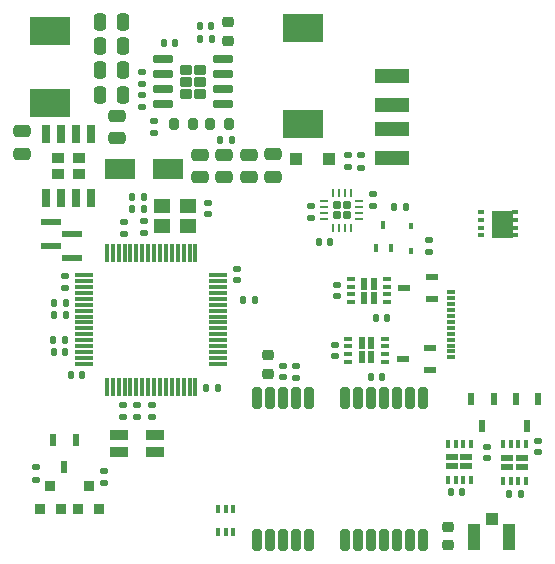
<source format=gbr>
%TF.GenerationSoftware,KiCad,Pcbnew,(6.0.5-0)*%
%TF.CreationDate,2022-06-06T17:24:23+02:00*%
%TF.ProjectId,BlackPanda,426c6163-6b50-4616-9e64-612e6b696361,rev?*%
%TF.SameCoordinates,Original*%
%TF.FileFunction,Paste,Top*%
%TF.FilePolarity,Positive*%
%FSLAX46Y46*%
G04 Gerber Fmt 4.6, Leading zero omitted, Abs format (unit mm)*
G04 Created by KiCad (PCBNEW (6.0.5-0)) date 2022-06-06 17:24:23*
%MOMM*%
%LPD*%
G01*
G04 APERTURE LIST*
G04 Aperture macros list*
%AMRoundRect*
0 Rectangle with rounded corners*
0 $1 Rounding radius*
0 $2 $3 $4 $5 $6 $7 $8 $9 X,Y pos of 4 corners*
0 Add a 4 corners polygon primitive as box body*
4,1,4,$2,$3,$4,$5,$6,$7,$8,$9,$2,$3,0*
0 Add four circle primitives for the rounded corners*
1,1,$1+$1,$2,$3*
1,1,$1+$1,$4,$5*
1,1,$1+$1,$6,$7*
1,1,$1+$1,$8,$9*
0 Add four rect primitives between the rounded corners*
20,1,$1+$1,$2,$3,$4,$5,0*
20,1,$1+$1,$4,$5,$6,$7,0*
20,1,$1+$1,$6,$7,$8,$9,0*
20,1,$1+$1,$8,$9,$2,$3,0*%
G04 Aperture macros list end*
%ADD10C,0.100000*%
%ADD11RoundRect,0.140000X0.140000X0.170000X-0.140000X0.170000X-0.140000X-0.170000X0.140000X-0.170000X0*%
%ADD12RoundRect,0.140000X0.170000X-0.140000X0.170000X0.140000X-0.170000X0.140000X-0.170000X-0.140000X0*%
%ADD13R,0.650000X1.500000*%
%ADD14R,1.080000X0.810000*%
%ADD15R,1.000000X0.600000*%
%ADD16RoundRect,0.135000X-0.185000X0.135000X-0.185000X-0.135000X0.185000X-0.135000X0.185000X0.135000X0*%
%ADD17RoundRect,0.135000X0.185000X-0.135000X0.185000X0.135000X-0.185000X0.135000X-0.185000X-0.135000X0*%
%ADD18RoundRect,0.200000X0.200000X0.275000X-0.200000X0.275000X-0.200000X-0.275000X0.200000X-0.275000X0*%
%ADD19RoundRect,0.135000X-0.135000X-0.185000X0.135000X-0.185000X0.135000X0.185000X-0.135000X0.185000X0*%
%ADD20RoundRect,0.250000X0.250000X0.475000X-0.250000X0.475000X-0.250000X-0.475000X0.250000X-0.475000X0*%
%ADD21RoundRect,0.135000X0.135000X0.185000X-0.135000X0.185000X-0.135000X-0.185000X0.135000X-0.185000X0*%
%ADD22RoundRect,0.222500X-0.297500X-0.222500X0.297500X-0.222500X0.297500X0.222500X-0.297500X0.222500X0*%
%ADD23RoundRect,0.150000X-0.737500X-0.150000X0.737500X-0.150000X0.737500X0.150000X-0.737500X0.150000X0*%
%ADD24R,0.600000X1.000000*%
%ADD25R,0.650000X0.350000*%
%ADD26R,0.450000X0.700000*%
%ADD27R,1.050000X2.200000*%
%ADD28R,1.050000X1.000000*%
%ADD29RoundRect,0.140000X-0.170000X0.140000X-0.170000X-0.140000X0.170000X-0.140000X0.170000X0.140000X0*%
%ADD30RoundRect,0.250000X0.475000X-0.250000X0.475000X0.250000X-0.475000X0.250000X-0.475000X-0.250000X0*%
%ADD31R,0.800000X0.300000*%
%ADD32R,3.400000X2.400000*%
%ADD33R,1.750000X0.600000*%
%ADD34R,0.914400X0.914400*%
%ADD35R,0.400000X0.650000*%
%ADD36RoundRect,0.140000X-0.140000X-0.170000X0.140000X-0.170000X0.140000X0.170000X-0.140000X0.170000X0*%
%ADD37RoundRect,0.218750X-0.256250X0.218750X-0.256250X-0.218750X0.256250X-0.218750X0.256250X0.218750X0*%
%ADD38RoundRect,0.177500X0.177500X-0.177500X0.177500X0.177500X-0.177500X0.177500X-0.177500X-0.177500X0*%
%ADD39RoundRect,0.062500X0.062500X-0.312500X0.062500X0.312500X-0.062500X0.312500X-0.062500X-0.312500X0*%
%ADD40RoundRect,0.062500X0.312500X-0.062500X0.312500X0.062500X-0.312500X0.062500X-0.312500X-0.062500X0*%
%ADD41R,1.500000X0.900000*%
%ADD42RoundRect,0.225000X-0.250000X0.225000X-0.250000X-0.225000X0.250000X-0.225000X0.250000X0.225000X0*%
%ADD43R,3.000000X1.250000*%
%ADD44RoundRect,0.075000X-0.075000X0.700000X-0.075000X-0.700000X0.075000X-0.700000X0.075000X0.700000X0*%
%ADD45RoundRect,0.075000X-0.700000X0.075000X-0.700000X-0.075000X0.700000X-0.075000X0.700000X0.075000X0*%
%ADD46RoundRect,0.200000X-0.200000X0.700000X-0.200000X-0.700000X0.200000X-0.700000X0.200000X0.700000X0*%
%ADD47R,0.450000X0.600000*%
%ADD48R,0.350000X0.650000*%
%ADD49RoundRect,0.250000X-0.475000X0.250000X-0.475000X-0.250000X0.475000X-0.250000X0.475000X0.250000X0*%
%ADD50R,0.558800X0.406400*%
%ADD51R,0.508000X0.406400*%
%ADD52R,1.400000X1.200000*%
%ADD53R,2.500000X1.800000*%
%ADD54R,1.100000X1.100000*%
%ADD55R,3.500000X2.400000*%
G04 APERTURE END LIST*
%TO.C,U1*%
G36*
X213501489Y-80507600D02*
G01*
X211774289Y-80507600D01*
X211774289Y-78272400D01*
X213501489Y-78272400D01*
X213501489Y-80507600D01*
G37*
D10*
X213501489Y-80507600D02*
X211774289Y-80507600D01*
X211774289Y-78272400D01*
X213501489Y-78272400D01*
X213501489Y-80507600D01*
%TD*%
D11*
%TO.C,C8*%
X198100000Y-80900000D03*
X197140000Y-80900000D03*
%TD*%
D12*
%TO.C,C14*%
X180670000Y-80230000D03*
X180670000Y-79270000D03*
%TD*%
D13*
%TO.C,U12*%
X177855000Y-71800000D03*
X176585000Y-71800000D03*
X175315000Y-71800000D03*
X174045000Y-71800000D03*
X174045000Y-77200000D03*
X175315000Y-77200000D03*
X176585000Y-77200000D03*
X177855000Y-77200000D03*
D14*
X176850000Y-73825000D03*
X175050000Y-73825000D03*
X175050000Y-75175000D03*
X176850000Y-75175000D03*
%TD*%
D15*
%TO.C,D7*%
X206700000Y-85750000D03*
X206700000Y-83850000D03*
X204400000Y-84800000D03*
%TD*%
D16*
%TO.C,R23*%
X173225000Y-100015000D03*
X173225000Y-101035000D03*
%TD*%
%TO.C,R24*%
X178950000Y-100340000D03*
X178950000Y-101360000D03*
%TD*%
D17*
%TO.C,R5*%
X182200000Y-67510000D03*
X182200000Y-66490000D03*
%TD*%
%TO.C,R26*%
X196450000Y-78860000D03*
X196450000Y-77840000D03*
%TD*%
D18*
%TO.C,R4*%
X186525000Y-70950000D03*
X184875000Y-70950000D03*
%TD*%
D19*
%TO.C,R11*%
X188780000Y-72250000D03*
X189800000Y-72250000D03*
%TD*%
D20*
%TO.C,C7*%
X180550000Y-66400000D03*
X178650000Y-66400000D03*
%TD*%
D21*
%TO.C,R2*%
X182360000Y-78150000D03*
X181340000Y-78150000D03*
%TD*%
D22*
%TO.C,U5*%
X187110000Y-67350000D03*
X187110000Y-68380000D03*
X187110000Y-66320000D03*
X185910000Y-67350000D03*
X185910000Y-68380000D03*
X185910000Y-66320000D03*
D23*
X183947500Y-65445000D03*
X183947500Y-66715000D03*
X183947500Y-67985000D03*
X183947500Y-69255000D03*
X189072500Y-69255000D03*
X189072500Y-67985000D03*
X189072500Y-66715000D03*
X189072500Y-65445000D03*
%TD*%
D11*
%TO.C,C25*%
X175680000Y-90250000D03*
X174720000Y-90250000D03*
%TD*%
D19*
%TO.C,R16*%
X174690000Y-87100000D03*
X175710000Y-87100000D03*
%TD*%
D12*
%TO.C,C28*%
X215700000Y-98730000D03*
X215700000Y-97770000D03*
%TD*%
D24*
%TO.C,U9*%
X201787500Y-85640000D03*
X201012500Y-84440000D03*
X201787500Y-84440000D03*
X201012500Y-85640000D03*
D25*
X199850000Y-84065000D03*
X199850000Y-84715000D03*
X199850000Y-85365000D03*
X199850000Y-86015000D03*
X202950000Y-86015000D03*
X202950000Y-85365000D03*
X202950000Y-84715000D03*
X202950000Y-84065000D03*
%TD*%
D26*
%TO.C,Q3*%
X201950000Y-81460000D03*
X203250000Y-81460000D03*
X202600000Y-79460000D03*
%TD*%
D27*
%TO.C,ANT1*%
X213245000Y-105910000D03*
X210295000Y-105910000D03*
D28*
X211770000Y-104385000D03*
%TD*%
D17*
%TO.C,R19*%
X183060000Y-95750000D03*
X183060000Y-94730000D03*
%TD*%
D29*
%TO.C,C23*%
X187780000Y-77600000D03*
X187780000Y-78560000D03*
%TD*%
D17*
%TO.C,R7*%
X183200000Y-71710000D03*
X183200000Y-70690000D03*
%TD*%
D20*
%TO.C,C12*%
X180550000Y-68450000D03*
X178650000Y-68450000D03*
%TD*%
D11*
%TO.C,C27*%
X202940000Y-87330000D03*
X201980000Y-87330000D03*
%TD*%
D29*
%TO.C,C11*%
X190250000Y-83170000D03*
X190250000Y-84130000D03*
%TD*%
D24*
%TO.C,U8*%
X201577500Y-90690000D03*
X201577500Y-89490000D03*
X200802500Y-89490000D03*
X200802500Y-90690000D03*
D25*
X199640000Y-89115000D03*
X199640000Y-89765000D03*
X199640000Y-90415000D03*
X199640000Y-91065000D03*
X202740000Y-91065000D03*
X202740000Y-90415000D03*
X202740000Y-89765000D03*
X202740000Y-89115000D03*
%TD*%
D30*
%TO.C,C20*%
X187100000Y-75450000D03*
X187100000Y-73550000D03*
%TD*%
D29*
%TO.C,C29*%
X211375000Y-98245000D03*
X211375000Y-99205000D03*
%TD*%
D31*
%TO.C,P1*%
X208300000Y-90690000D03*
X208300000Y-90190000D03*
X208300000Y-89690000D03*
X208300000Y-89190000D03*
X208300000Y-88690000D03*
X208300000Y-88190000D03*
X208300000Y-87690000D03*
X208300000Y-87190000D03*
X208300000Y-86690000D03*
X208300000Y-86190000D03*
X208300000Y-85690000D03*
X208300000Y-85190000D03*
%TD*%
D30*
%TO.C,C3*%
X180050000Y-72150000D03*
X180050000Y-70250000D03*
%TD*%
D12*
%TO.C,C24*%
X182350000Y-80130000D03*
X182350000Y-79170000D03*
%TD*%
D17*
%TO.C,R18*%
X181750000Y-95730000D03*
X181750000Y-94710000D03*
%TD*%
D32*
%TO.C,L2*%
X195840000Y-62770000D03*
X195840000Y-70970000D03*
%TD*%
D30*
%TO.C,C21*%
X193250000Y-75400000D03*
X193250000Y-73500000D03*
%TD*%
D29*
%TO.C,C30*%
X198520000Y-89650000D03*
X198520000Y-90610000D03*
%TD*%
D24*
%TO.C,D9*%
X211950000Y-94200000D03*
X210050000Y-94200000D03*
X211000000Y-96500000D03*
%TD*%
D33*
%TO.C,J1*%
X176225000Y-82250000D03*
X174475000Y-81250000D03*
X176225000Y-80250000D03*
X174475000Y-79250000D03*
%TD*%
D34*
%TO.C,Q1*%
X173536000Y-103566000D03*
X175314000Y-103566000D03*
X174425000Y-101549240D03*
%TD*%
D35*
%TO.C,U2*%
X188600000Y-105450000D03*
X189250000Y-105450000D03*
X189900000Y-105450000D03*
X189900000Y-103550000D03*
X189250000Y-103550000D03*
X188600000Y-103550000D03*
%TD*%
D36*
%TO.C,C32*%
X213280000Y-102300000D03*
X214240000Y-102300000D03*
%TD*%
D30*
%TO.C,C19*%
X191200000Y-75450000D03*
X191200000Y-73550000D03*
%TD*%
D24*
%TO.C,D5*%
X176550000Y-97700000D03*
X174650000Y-97700000D03*
X175600000Y-100000000D03*
%TD*%
D37*
%TO.C,L1*%
X192810000Y-90522500D03*
X192810000Y-92097500D03*
%TD*%
D17*
%TO.C,R17*%
X180580000Y-95740000D03*
X180580000Y-94720000D03*
%TD*%
D20*
%TO.C,C6*%
X180550000Y-64350000D03*
X178650000Y-64350000D03*
%TD*%
D15*
%TO.C,D6*%
X206550000Y-91800000D03*
X206550000Y-89900000D03*
X204250000Y-90850000D03*
%TD*%
D38*
%TO.C,U6*%
X199530000Y-78670000D03*
X198650000Y-77790000D03*
X199530000Y-77790000D03*
X198650000Y-78670000D03*
D39*
X198340000Y-79705000D03*
X198840000Y-79705000D03*
X199340000Y-79705000D03*
X199840000Y-79705000D03*
D40*
X200565000Y-78980000D03*
X200565000Y-78480000D03*
X200565000Y-77980000D03*
X200565000Y-77480000D03*
D39*
X199840000Y-76755000D03*
X199340000Y-76755000D03*
X198840000Y-76755000D03*
X198340000Y-76755000D03*
D40*
X197615000Y-77480000D03*
X197615000Y-77980000D03*
X197615000Y-78480000D03*
X197615000Y-78980000D03*
%TD*%
D34*
%TO.C,Q2*%
X176786000Y-103566000D03*
X178564000Y-103566000D03*
X177675000Y-101549240D03*
%TD*%
D41*
%TO.C,D4*%
X183310000Y-97290000D03*
X183310000Y-98690000D03*
X180210000Y-98690000D03*
X180210000Y-97290000D03*
%TD*%
D42*
%TO.C,C13*%
X189500000Y-62325000D03*
X189500000Y-63875000D03*
%TD*%
D16*
%TO.C,R21*%
X200700000Y-73600000D03*
X200700000Y-74620000D03*
%TD*%
%TO.C,R27*%
X201750000Y-76840000D03*
X201750000Y-77860000D03*
%TD*%
D29*
%TO.C,C15*%
X194100000Y-91420000D03*
X194100000Y-92380000D03*
%TD*%
D43*
%TO.C,J2*%
X203350000Y-73840000D03*
X203350000Y-71340000D03*
X203350000Y-69340000D03*
X203350000Y-66840000D03*
%TD*%
D42*
%TO.C,C9*%
X208060000Y-105020000D03*
X208060000Y-106570000D03*
%TD*%
D24*
%TO.C,D8*%
X215730000Y-94200000D03*
X213830000Y-94200000D03*
X214780000Y-96500000D03*
%TD*%
D11*
%TO.C,C10*%
X188055000Y-62625000D03*
X187095000Y-62625000D03*
%TD*%
D44*
%TO.C,U7*%
X186700000Y-81815000D03*
X186200000Y-81815000D03*
X185700000Y-81815000D03*
X185200000Y-81815000D03*
X184700000Y-81815000D03*
X184200000Y-81815000D03*
X183700000Y-81815000D03*
X183200000Y-81815000D03*
X182700000Y-81815000D03*
X182200000Y-81815000D03*
X181700000Y-81815000D03*
X181200000Y-81815000D03*
X180700000Y-81815000D03*
X180200000Y-81815000D03*
X179700000Y-81815000D03*
X179200000Y-81815000D03*
D45*
X177275000Y-83740000D03*
X177275000Y-84240000D03*
X177275000Y-84740000D03*
X177275000Y-85240000D03*
X177275000Y-85740000D03*
X177275000Y-86240000D03*
X177275000Y-86740000D03*
X177275000Y-87240000D03*
X177275000Y-87740000D03*
X177275000Y-88240000D03*
X177275000Y-88740000D03*
X177275000Y-89240000D03*
X177275000Y-89740000D03*
X177275000Y-90240000D03*
X177275000Y-90740000D03*
X177275000Y-91240000D03*
D44*
X179200000Y-93165000D03*
X179700000Y-93165000D03*
X180200000Y-93165000D03*
X180700000Y-93165000D03*
X181200000Y-93165000D03*
X181700000Y-93165000D03*
X182200000Y-93165000D03*
X182700000Y-93165000D03*
X183200000Y-93165000D03*
X183700000Y-93165000D03*
X184200000Y-93165000D03*
X184700000Y-93165000D03*
X185200000Y-93165000D03*
X185700000Y-93165000D03*
X186200000Y-93165000D03*
X186700000Y-93165000D03*
D45*
X188625000Y-91240000D03*
X188625000Y-90740000D03*
X188625000Y-90240000D03*
X188625000Y-89740000D03*
X188625000Y-89240000D03*
X188625000Y-88740000D03*
X188625000Y-88240000D03*
X188625000Y-87740000D03*
X188625000Y-87240000D03*
X188625000Y-86740000D03*
X188625000Y-86240000D03*
X188625000Y-85740000D03*
X188625000Y-85240000D03*
X188625000Y-84740000D03*
X188625000Y-84240000D03*
X188625000Y-83740000D03*
%TD*%
D11*
%TO.C,C1*%
X177130000Y-92200000D03*
X176170000Y-92200000D03*
%TD*%
D46*
%TO.C,U4*%
X205950000Y-94150000D03*
X204850000Y-94150000D03*
X203750000Y-94150000D03*
X202650000Y-94150000D03*
X201550000Y-94150000D03*
X200450000Y-94150000D03*
X199350000Y-94150000D03*
X196350000Y-94150000D03*
X195250000Y-94150000D03*
X194150000Y-94150000D03*
X193050000Y-94150000D03*
X191950000Y-94150000D03*
X191950000Y-106150000D03*
X193050000Y-106150000D03*
X194150000Y-106150000D03*
X195250000Y-106150000D03*
X196350000Y-106150000D03*
X199350000Y-106150000D03*
X200450000Y-106150000D03*
X201550000Y-106150000D03*
X202650000Y-106150000D03*
X203750000Y-106150000D03*
X204850000Y-106150000D03*
X205950000Y-106150000D03*
%TD*%
D29*
%TO.C,C31*%
X198710000Y-84530000D03*
X198710000Y-85490000D03*
%TD*%
D19*
%TO.C,R8*%
X187090000Y-63700000D03*
X188110000Y-63700000D03*
%TD*%
D47*
%TO.C,D2*%
X204990000Y-79580000D03*
X204990000Y-81680000D03*
%TD*%
D15*
%TO.C,U10*%
X213115000Y-99955500D03*
X213115000Y-99180500D03*
X214315000Y-99955500D03*
X214315000Y-99180500D03*
D48*
X212740000Y-101118000D03*
X213390000Y-101118000D03*
X214040000Y-101118000D03*
X214690000Y-101118000D03*
X214690000Y-98018000D03*
X214040000Y-98018000D03*
X213390000Y-98018000D03*
X212740000Y-98018000D03*
%TD*%
D30*
%TO.C,C18*%
X189150000Y-75450000D03*
X189150000Y-73550000D03*
%TD*%
D49*
%TO.C,C16*%
X172000000Y-71550000D03*
X172000000Y-73450000D03*
%TD*%
D21*
%TO.C,R13*%
X204510000Y-78000000D03*
X203490000Y-78000000D03*
%TD*%
D15*
%TO.C,U11*%
X208450000Y-99152500D03*
X208450000Y-99927500D03*
X209650000Y-99152500D03*
X209650000Y-99927500D03*
D48*
X208075000Y-101090000D03*
X208725000Y-101090000D03*
X209375000Y-101090000D03*
X210025000Y-101090000D03*
X210025000Y-97990000D03*
X209375000Y-97990000D03*
X208725000Y-97990000D03*
X208075000Y-97990000D03*
%TD*%
D21*
%TO.C,R15*%
X175710000Y-86080000D03*
X174690000Y-86080000D03*
%TD*%
D16*
%TO.C,R1*%
X206500000Y-80790000D03*
X206500000Y-81810000D03*
%TD*%
D21*
%TO.C,R22*%
X175685000Y-89200000D03*
X174665000Y-89200000D03*
%TD*%
D17*
%TO.C,R20*%
X199600000Y-74610000D03*
X199600000Y-73590000D03*
%TD*%
D12*
%TO.C,C2*%
X175650000Y-84780000D03*
X175650000Y-83820000D03*
%TD*%
D18*
%TO.C,R12*%
X189575000Y-70950000D03*
X187925000Y-70950000D03*
%TD*%
D36*
%TO.C,C5*%
X187620000Y-93300000D03*
X188580000Y-93300000D03*
%TD*%
D11*
%TO.C,C26*%
X202520000Y-92380000D03*
X201560000Y-92380000D03*
%TD*%
D20*
%TO.C,C4*%
X180550000Y-62300000D03*
X178650000Y-62300000D03*
%TD*%
D36*
%TO.C,C33*%
X208320000Y-102100000D03*
X209280000Y-102100000D03*
%TD*%
D17*
%TO.C,R10*%
X195200000Y-92410000D03*
X195200000Y-91390000D03*
%TD*%
D19*
%TO.C,R14*%
X190740000Y-85850000D03*
X191760000Y-85850000D03*
%TD*%
%TO.C,R3*%
X181340000Y-77100000D03*
X182360000Y-77100000D03*
%TD*%
D17*
%TO.C,R6*%
X182200000Y-69460000D03*
X182200000Y-68440000D03*
%TD*%
D50*
%TO.C,U1*%
X210889500Y-78415021D03*
X210889500Y-79065007D03*
X210889500Y-79714993D03*
X210889500Y-80364979D03*
D51*
X213755500Y-80364979D03*
X213755500Y-79714993D03*
X213755500Y-79065007D03*
X213755500Y-78415021D03*
%TD*%
D52*
%TO.C,Y1*%
X183900000Y-79600000D03*
X186100000Y-79600000D03*
X186100000Y-77900000D03*
X183900000Y-77900000D03*
%TD*%
D53*
%TO.C,D11*%
X180350000Y-74750000D03*
X184350000Y-74750000D03*
%TD*%
D54*
%TO.C,D10*%
X195200000Y-73900000D03*
X198000000Y-73900000D03*
%TD*%
D11*
%TO.C,C22*%
X184980000Y-64100000D03*
X184020000Y-64100000D03*
%TD*%
D55*
%TO.C,L3*%
X174400000Y-63050000D03*
X174400000Y-69150000D03*
%TD*%
M02*

</source>
